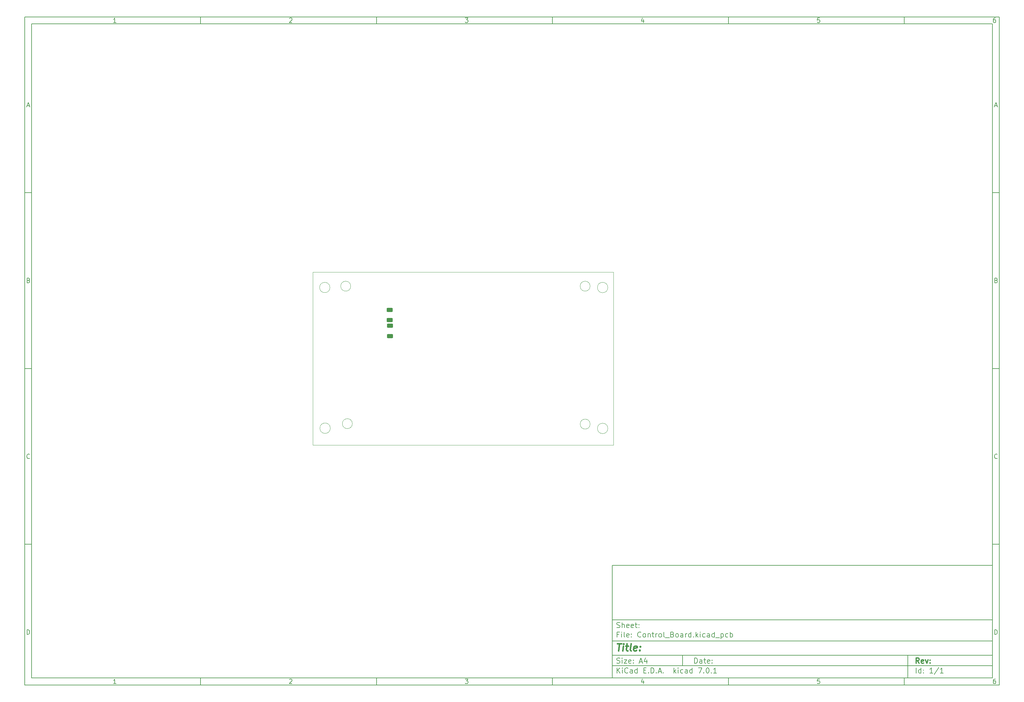
<source format=gbr>
%TF.GenerationSoftware,KiCad,Pcbnew,7.0.1*%
%TF.CreationDate,2023-10-26T15:35:36+00:00*%
%TF.ProjectId,Control_Board,436f6e74-726f-46c5-9f42-6f6172642e6b,rev?*%
%TF.SameCoordinates,Original*%
%TF.FileFunction,Paste,Bot*%
%TF.FilePolarity,Positive*%
%FSLAX45Y45*%
G04 Gerber Fmt 4.5, Leading zero omitted, Abs format (unit mm)*
G04 Created by KiCad (PCBNEW 7.0.1) date 2023-10-26 15:35:36*
%MOMM*%
%LPD*%
G01*
G04 APERTURE LIST*
G04 Aperture macros list*
%AMRoundRect*
0 Rectangle with rounded corners*
0 $1 Rounding radius*
0 $2 $3 $4 $5 $6 $7 $8 $9 X,Y pos of 4 corners*
0 Add a 4 corners polygon primitive as box body*
4,1,4,$2,$3,$4,$5,$6,$7,$8,$9,$2,$3,0*
0 Add four circle primitives for the rounded corners*
1,1,$1+$1,$2,$3*
1,1,$1+$1,$4,$5*
1,1,$1+$1,$6,$7*
1,1,$1+$1,$8,$9*
0 Add four rect primitives between the rounded corners*
20,1,$1+$1,$2,$3,$4,$5,0*
20,1,$1+$1,$4,$5,$6,$7,0*
20,1,$1+$1,$6,$7,$8,$9,0*
20,1,$1+$1,$8,$9,$2,$3,0*%
G04 Aperture macros list end*
%ADD10C,0.100000*%
%ADD11C,0.150000*%
%ADD12C,0.300000*%
%ADD13C,0.400000*%
%ADD14RoundRect,0.250000X0.625000X-0.312500X0.625000X0.312500X-0.625000X0.312500X-0.625000X-0.312500X0*%
%TA.AperFunction,Profile*%
%ADD15C,0.100000*%
%TD*%
G04 APERTURE END LIST*
D10*
D11*
X17700220Y-16600720D02*
X28500220Y-16600720D01*
X28500220Y-19800720D01*
X17700220Y-19800720D01*
X17700220Y-16600720D01*
D10*
D11*
X1000000Y-1000000D02*
X28700220Y-1000000D01*
X28700220Y-20000720D01*
X1000000Y-20000720D01*
X1000000Y-1000000D01*
D10*
D11*
X1200000Y-1200000D02*
X28500220Y-1200000D01*
X28500220Y-19800720D01*
X1200000Y-19800720D01*
X1200000Y-1200000D01*
D10*
D11*
X6000000Y-1200000D02*
X6000000Y-1000000D01*
D10*
D11*
X11000000Y-1200000D02*
X11000000Y-1000000D01*
D10*
D11*
X16000000Y-1200000D02*
X16000000Y-1000000D01*
D10*
D11*
X21000000Y-1200000D02*
X21000000Y-1000000D01*
D10*
D11*
X26000000Y-1200000D02*
X26000000Y-1000000D01*
D10*
D11*
X3599048Y-1160140D02*
X3524762Y-1160140D01*
X3561905Y-1160140D02*
X3561905Y-1030140D01*
X3561905Y-1030140D02*
X3549524Y-1048712D01*
X3549524Y-1048712D02*
X3537143Y-1061093D01*
X3537143Y-1061093D02*
X3524762Y-1067283D01*
D10*
D11*
X8524762Y-1042521D02*
X8530952Y-1036331D01*
X8530952Y-1036331D02*
X8543333Y-1030140D01*
X8543333Y-1030140D02*
X8574286Y-1030140D01*
X8574286Y-1030140D02*
X8586667Y-1036331D01*
X8586667Y-1036331D02*
X8592857Y-1042521D01*
X8592857Y-1042521D02*
X8599048Y-1054902D01*
X8599048Y-1054902D02*
X8599048Y-1067283D01*
X8599048Y-1067283D02*
X8592857Y-1085855D01*
X8592857Y-1085855D02*
X8518571Y-1160140D01*
X8518571Y-1160140D02*
X8599048Y-1160140D01*
D10*
D11*
X13518571Y-1030140D02*
X13599048Y-1030140D01*
X13599048Y-1030140D02*
X13555714Y-1079664D01*
X13555714Y-1079664D02*
X13574286Y-1079664D01*
X13574286Y-1079664D02*
X13586667Y-1085855D01*
X13586667Y-1085855D02*
X13592857Y-1092045D01*
X13592857Y-1092045D02*
X13599048Y-1104426D01*
X13599048Y-1104426D02*
X13599048Y-1135379D01*
X13599048Y-1135379D02*
X13592857Y-1147760D01*
X13592857Y-1147760D02*
X13586667Y-1153950D01*
X13586667Y-1153950D02*
X13574286Y-1160140D01*
X13574286Y-1160140D02*
X13537143Y-1160140D01*
X13537143Y-1160140D02*
X13524762Y-1153950D01*
X13524762Y-1153950D02*
X13518571Y-1147760D01*
D10*
D11*
X18586667Y-1073474D02*
X18586667Y-1160140D01*
X18555714Y-1023950D02*
X18524762Y-1116807D01*
X18524762Y-1116807D02*
X18605238Y-1116807D01*
D10*
D11*
X23592857Y-1030140D02*
X23530952Y-1030140D01*
X23530952Y-1030140D02*
X23524762Y-1092045D01*
X23524762Y-1092045D02*
X23530952Y-1085855D01*
X23530952Y-1085855D02*
X23543333Y-1079664D01*
X23543333Y-1079664D02*
X23574286Y-1079664D01*
X23574286Y-1079664D02*
X23586667Y-1085855D01*
X23586667Y-1085855D02*
X23592857Y-1092045D01*
X23592857Y-1092045D02*
X23599048Y-1104426D01*
X23599048Y-1104426D02*
X23599048Y-1135379D01*
X23599048Y-1135379D02*
X23592857Y-1147760D01*
X23592857Y-1147760D02*
X23586667Y-1153950D01*
X23586667Y-1153950D02*
X23574286Y-1160140D01*
X23574286Y-1160140D02*
X23543333Y-1160140D01*
X23543333Y-1160140D02*
X23530952Y-1153950D01*
X23530952Y-1153950D02*
X23524762Y-1147760D01*
D10*
D11*
X28586667Y-1030140D02*
X28561905Y-1030140D01*
X28561905Y-1030140D02*
X28549524Y-1036331D01*
X28549524Y-1036331D02*
X28543333Y-1042521D01*
X28543333Y-1042521D02*
X28530952Y-1061093D01*
X28530952Y-1061093D02*
X28524762Y-1085855D01*
X28524762Y-1085855D02*
X28524762Y-1135379D01*
X28524762Y-1135379D02*
X28530952Y-1147760D01*
X28530952Y-1147760D02*
X28537143Y-1153950D01*
X28537143Y-1153950D02*
X28549524Y-1160140D01*
X28549524Y-1160140D02*
X28574286Y-1160140D01*
X28574286Y-1160140D02*
X28586667Y-1153950D01*
X28586667Y-1153950D02*
X28592857Y-1147760D01*
X28592857Y-1147760D02*
X28599048Y-1135379D01*
X28599048Y-1135379D02*
X28599048Y-1104426D01*
X28599048Y-1104426D02*
X28592857Y-1092045D01*
X28592857Y-1092045D02*
X28586667Y-1085855D01*
X28586667Y-1085855D02*
X28574286Y-1079664D01*
X28574286Y-1079664D02*
X28549524Y-1079664D01*
X28549524Y-1079664D02*
X28537143Y-1085855D01*
X28537143Y-1085855D02*
X28530952Y-1092045D01*
X28530952Y-1092045D02*
X28524762Y-1104426D01*
D10*
D11*
X6000000Y-19800720D02*
X6000000Y-20000720D01*
D10*
D11*
X11000000Y-19800720D02*
X11000000Y-20000720D01*
D10*
D11*
X16000000Y-19800720D02*
X16000000Y-20000720D01*
D10*
D11*
X21000000Y-19800720D02*
X21000000Y-20000720D01*
D10*
D11*
X26000000Y-19800720D02*
X26000000Y-20000720D01*
D10*
D11*
X3599048Y-19960860D02*
X3524762Y-19960860D01*
X3561905Y-19960860D02*
X3561905Y-19830860D01*
X3561905Y-19830860D02*
X3549524Y-19849432D01*
X3549524Y-19849432D02*
X3537143Y-19861813D01*
X3537143Y-19861813D02*
X3524762Y-19868003D01*
D10*
D11*
X8524762Y-19843241D02*
X8530952Y-19837051D01*
X8530952Y-19837051D02*
X8543333Y-19830860D01*
X8543333Y-19830860D02*
X8574286Y-19830860D01*
X8574286Y-19830860D02*
X8586667Y-19837051D01*
X8586667Y-19837051D02*
X8592857Y-19843241D01*
X8592857Y-19843241D02*
X8599048Y-19855622D01*
X8599048Y-19855622D02*
X8599048Y-19868003D01*
X8599048Y-19868003D02*
X8592857Y-19886575D01*
X8592857Y-19886575D02*
X8518571Y-19960860D01*
X8518571Y-19960860D02*
X8599048Y-19960860D01*
D10*
D11*
X13518571Y-19830860D02*
X13599048Y-19830860D01*
X13599048Y-19830860D02*
X13555714Y-19880384D01*
X13555714Y-19880384D02*
X13574286Y-19880384D01*
X13574286Y-19880384D02*
X13586667Y-19886575D01*
X13586667Y-19886575D02*
X13592857Y-19892765D01*
X13592857Y-19892765D02*
X13599048Y-19905146D01*
X13599048Y-19905146D02*
X13599048Y-19936099D01*
X13599048Y-19936099D02*
X13592857Y-19948480D01*
X13592857Y-19948480D02*
X13586667Y-19954670D01*
X13586667Y-19954670D02*
X13574286Y-19960860D01*
X13574286Y-19960860D02*
X13537143Y-19960860D01*
X13537143Y-19960860D02*
X13524762Y-19954670D01*
X13524762Y-19954670D02*
X13518571Y-19948480D01*
D10*
D11*
X18586667Y-19874194D02*
X18586667Y-19960860D01*
X18555714Y-19824670D02*
X18524762Y-19917527D01*
X18524762Y-19917527D02*
X18605238Y-19917527D01*
D10*
D11*
X23592857Y-19830860D02*
X23530952Y-19830860D01*
X23530952Y-19830860D02*
X23524762Y-19892765D01*
X23524762Y-19892765D02*
X23530952Y-19886575D01*
X23530952Y-19886575D02*
X23543333Y-19880384D01*
X23543333Y-19880384D02*
X23574286Y-19880384D01*
X23574286Y-19880384D02*
X23586667Y-19886575D01*
X23586667Y-19886575D02*
X23592857Y-19892765D01*
X23592857Y-19892765D02*
X23599048Y-19905146D01*
X23599048Y-19905146D02*
X23599048Y-19936099D01*
X23599048Y-19936099D02*
X23592857Y-19948480D01*
X23592857Y-19948480D02*
X23586667Y-19954670D01*
X23586667Y-19954670D02*
X23574286Y-19960860D01*
X23574286Y-19960860D02*
X23543333Y-19960860D01*
X23543333Y-19960860D02*
X23530952Y-19954670D01*
X23530952Y-19954670D02*
X23524762Y-19948480D01*
D10*
D11*
X28586667Y-19830860D02*
X28561905Y-19830860D01*
X28561905Y-19830860D02*
X28549524Y-19837051D01*
X28549524Y-19837051D02*
X28543333Y-19843241D01*
X28543333Y-19843241D02*
X28530952Y-19861813D01*
X28530952Y-19861813D02*
X28524762Y-19886575D01*
X28524762Y-19886575D02*
X28524762Y-19936099D01*
X28524762Y-19936099D02*
X28530952Y-19948480D01*
X28530952Y-19948480D02*
X28537143Y-19954670D01*
X28537143Y-19954670D02*
X28549524Y-19960860D01*
X28549524Y-19960860D02*
X28574286Y-19960860D01*
X28574286Y-19960860D02*
X28586667Y-19954670D01*
X28586667Y-19954670D02*
X28592857Y-19948480D01*
X28592857Y-19948480D02*
X28599048Y-19936099D01*
X28599048Y-19936099D02*
X28599048Y-19905146D01*
X28599048Y-19905146D02*
X28592857Y-19892765D01*
X28592857Y-19892765D02*
X28586667Y-19886575D01*
X28586667Y-19886575D02*
X28574286Y-19880384D01*
X28574286Y-19880384D02*
X28549524Y-19880384D01*
X28549524Y-19880384D02*
X28537143Y-19886575D01*
X28537143Y-19886575D02*
X28530952Y-19892765D01*
X28530952Y-19892765D02*
X28524762Y-19905146D01*
D10*
D11*
X1000000Y-6000000D02*
X1200000Y-6000000D01*
D10*
D11*
X1000000Y-11000000D02*
X1200000Y-11000000D01*
D10*
D11*
X1000000Y-16000000D02*
X1200000Y-16000000D01*
D10*
D11*
X1069048Y-3522998D02*
X1130952Y-3522998D01*
X1056667Y-3560140D02*
X1100000Y-3430140D01*
X1100000Y-3430140D02*
X1143333Y-3560140D01*
D10*
D11*
X1109286Y-8492045D02*
X1127857Y-8498236D01*
X1127857Y-8498236D02*
X1134048Y-8504426D01*
X1134048Y-8504426D02*
X1140238Y-8516807D01*
X1140238Y-8516807D02*
X1140238Y-8535379D01*
X1140238Y-8535379D02*
X1134048Y-8547760D01*
X1134048Y-8547760D02*
X1127857Y-8553950D01*
X1127857Y-8553950D02*
X1115476Y-8560140D01*
X1115476Y-8560140D02*
X1065952Y-8560140D01*
X1065952Y-8560140D02*
X1065952Y-8430140D01*
X1065952Y-8430140D02*
X1109286Y-8430140D01*
X1109286Y-8430140D02*
X1121667Y-8436331D01*
X1121667Y-8436331D02*
X1127857Y-8442521D01*
X1127857Y-8442521D02*
X1134048Y-8454902D01*
X1134048Y-8454902D02*
X1134048Y-8467283D01*
X1134048Y-8467283D02*
X1127857Y-8479664D01*
X1127857Y-8479664D02*
X1121667Y-8485855D01*
X1121667Y-8485855D02*
X1109286Y-8492045D01*
X1109286Y-8492045D02*
X1065952Y-8492045D01*
D10*
D11*
X1140238Y-13547759D02*
X1134048Y-13553950D01*
X1134048Y-13553950D02*
X1115476Y-13560140D01*
X1115476Y-13560140D02*
X1103095Y-13560140D01*
X1103095Y-13560140D02*
X1084524Y-13553950D01*
X1084524Y-13553950D02*
X1072143Y-13541569D01*
X1072143Y-13541569D02*
X1065952Y-13529188D01*
X1065952Y-13529188D02*
X1059762Y-13504426D01*
X1059762Y-13504426D02*
X1059762Y-13485855D01*
X1059762Y-13485855D02*
X1065952Y-13461093D01*
X1065952Y-13461093D02*
X1072143Y-13448712D01*
X1072143Y-13448712D02*
X1084524Y-13436331D01*
X1084524Y-13436331D02*
X1103095Y-13430140D01*
X1103095Y-13430140D02*
X1115476Y-13430140D01*
X1115476Y-13430140D02*
X1134048Y-13436331D01*
X1134048Y-13436331D02*
X1140238Y-13442521D01*
D10*
D11*
X1065952Y-18560140D02*
X1065952Y-18430140D01*
X1065952Y-18430140D02*
X1096905Y-18430140D01*
X1096905Y-18430140D02*
X1115476Y-18436331D01*
X1115476Y-18436331D02*
X1127857Y-18448712D01*
X1127857Y-18448712D02*
X1134048Y-18461093D01*
X1134048Y-18461093D02*
X1140238Y-18485855D01*
X1140238Y-18485855D02*
X1140238Y-18504426D01*
X1140238Y-18504426D02*
X1134048Y-18529188D01*
X1134048Y-18529188D02*
X1127857Y-18541569D01*
X1127857Y-18541569D02*
X1115476Y-18553950D01*
X1115476Y-18553950D02*
X1096905Y-18560140D01*
X1096905Y-18560140D02*
X1065952Y-18560140D01*
D10*
D11*
X28700220Y-6000000D02*
X28500220Y-6000000D01*
D10*
D11*
X28700220Y-11000000D02*
X28500220Y-11000000D01*
D10*
D11*
X28700220Y-16000000D02*
X28500220Y-16000000D01*
D10*
D11*
X28569268Y-3522998D02*
X28631172Y-3522998D01*
X28556887Y-3560140D02*
X28600220Y-3430140D01*
X28600220Y-3430140D02*
X28643553Y-3560140D01*
D10*
D11*
X28609506Y-8492045D02*
X28628077Y-8498236D01*
X28628077Y-8498236D02*
X28634268Y-8504426D01*
X28634268Y-8504426D02*
X28640458Y-8516807D01*
X28640458Y-8516807D02*
X28640458Y-8535379D01*
X28640458Y-8535379D02*
X28634268Y-8547760D01*
X28634268Y-8547760D02*
X28628077Y-8553950D01*
X28628077Y-8553950D02*
X28615696Y-8560140D01*
X28615696Y-8560140D02*
X28566172Y-8560140D01*
X28566172Y-8560140D02*
X28566172Y-8430140D01*
X28566172Y-8430140D02*
X28609506Y-8430140D01*
X28609506Y-8430140D02*
X28621887Y-8436331D01*
X28621887Y-8436331D02*
X28628077Y-8442521D01*
X28628077Y-8442521D02*
X28634268Y-8454902D01*
X28634268Y-8454902D02*
X28634268Y-8467283D01*
X28634268Y-8467283D02*
X28628077Y-8479664D01*
X28628077Y-8479664D02*
X28621887Y-8485855D01*
X28621887Y-8485855D02*
X28609506Y-8492045D01*
X28609506Y-8492045D02*
X28566172Y-8492045D01*
D10*
D11*
X28640458Y-13547759D02*
X28634268Y-13553950D01*
X28634268Y-13553950D02*
X28615696Y-13560140D01*
X28615696Y-13560140D02*
X28603315Y-13560140D01*
X28603315Y-13560140D02*
X28584744Y-13553950D01*
X28584744Y-13553950D02*
X28572363Y-13541569D01*
X28572363Y-13541569D02*
X28566172Y-13529188D01*
X28566172Y-13529188D02*
X28559982Y-13504426D01*
X28559982Y-13504426D02*
X28559982Y-13485855D01*
X28559982Y-13485855D02*
X28566172Y-13461093D01*
X28566172Y-13461093D02*
X28572363Y-13448712D01*
X28572363Y-13448712D02*
X28584744Y-13436331D01*
X28584744Y-13436331D02*
X28603315Y-13430140D01*
X28603315Y-13430140D02*
X28615696Y-13430140D01*
X28615696Y-13430140D02*
X28634268Y-13436331D01*
X28634268Y-13436331D02*
X28640458Y-13442521D01*
D10*
D11*
X28566172Y-18560140D02*
X28566172Y-18430140D01*
X28566172Y-18430140D02*
X28597125Y-18430140D01*
X28597125Y-18430140D02*
X28615696Y-18436331D01*
X28615696Y-18436331D02*
X28628077Y-18448712D01*
X28628077Y-18448712D02*
X28634268Y-18461093D01*
X28634268Y-18461093D02*
X28640458Y-18485855D01*
X28640458Y-18485855D02*
X28640458Y-18504426D01*
X28640458Y-18504426D02*
X28634268Y-18529188D01*
X28634268Y-18529188D02*
X28628077Y-18541569D01*
X28628077Y-18541569D02*
X28615696Y-18553950D01*
X28615696Y-18553950D02*
X28597125Y-18560140D01*
X28597125Y-18560140D02*
X28566172Y-18560140D01*
D10*
D11*
X20035934Y-19380113D02*
X20035934Y-19230113D01*
X20035934Y-19230113D02*
X20071649Y-19230113D01*
X20071649Y-19230113D02*
X20093077Y-19237256D01*
X20093077Y-19237256D02*
X20107363Y-19251541D01*
X20107363Y-19251541D02*
X20114506Y-19265827D01*
X20114506Y-19265827D02*
X20121649Y-19294399D01*
X20121649Y-19294399D02*
X20121649Y-19315827D01*
X20121649Y-19315827D02*
X20114506Y-19344399D01*
X20114506Y-19344399D02*
X20107363Y-19358684D01*
X20107363Y-19358684D02*
X20093077Y-19372970D01*
X20093077Y-19372970D02*
X20071649Y-19380113D01*
X20071649Y-19380113D02*
X20035934Y-19380113D01*
X20250220Y-19380113D02*
X20250220Y-19301541D01*
X20250220Y-19301541D02*
X20243077Y-19287256D01*
X20243077Y-19287256D02*
X20228791Y-19280113D01*
X20228791Y-19280113D02*
X20200220Y-19280113D01*
X20200220Y-19280113D02*
X20185934Y-19287256D01*
X20250220Y-19372970D02*
X20235934Y-19380113D01*
X20235934Y-19380113D02*
X20200220Y-19380113D01*
X20200220Y-19380113D02*
X20185934Y-19372970D01*
X20185934Y-19372970D02*
X20178791Y-19358684D01*
X20178791Y-19358684D02*
X20178791Y-19344399D01*
X20178791Y-19344399D02*
X20185934Y-19330113D01*
X20185934Y-19330113D02*
X20200220Y-19322970D01*
X20200220Y-19322970D02*
X20235934Y-19322970D01*
X20235934Y-19322970D02*
X20250220Y-19315827D01*
X20300220Y-19280113D02*
X20357363Y-19280113D01*
X20321649Y-19230113D02*
X20321649Y-19358684D01*
X20321649Y-19358684D02*
X20328791Y-19372970D01*
X20328791Y-19372970D02*
X20343077Y-19380113D01*
X20343077Y-19380113D02*
X20357363Y-19380113D01*
X20464506Y-19372970D02*
X20450220Y-19380113D01*
X20450220Y-19380113D02*
X20421649Y-19380113D01*
X20421649Y-19380113D02*
X20407363Y-19372970D01*
X20407363Y-19372970D02*
X20400220Y-19358684D01*
X20400220Y-19358684D02*
X20400220Y-19301541D01*
X20400220Y-19301541D02*
X20407363Y-19287256D01*
X20407363Y-19287256D02*
X20421649Y-19280113D01*
X20421649Y-19280113D02*
X20450220Y-19280113D01*
X20450220Y-19280113D02*
X20464506Y-19287256D01*
X20464506Y-19287256D02*
X20471649Y-19301541D01*
X20471649Y-19301541D02*
X20471649Y-19315827D01*
X20471649Y-19315827D02*
X20400220Y-19330113D01*
X20535934Y-19365827D02*
X20543077Y-19372970D01*
X20543077Y-19372970D02*
X20535934Y-19380113D01*
X20535934Y-19380113D02*
X20528791Y-19372970D01*
X20528791Y-19372970D02*
X20535934Y-19365827D01*
X20535934Y-19365827D02*
X20535934Y-19380113D01*
X20535934Y-19287256D02*
X20543077Y-19294399D01*
X20543077Y-19294399D02*
X20535934Y-19301541D01*
X20535934Y-19301541D02*
X20528791Y-19294399D01*
X20528791Y-19294399D02*
X20535934Y-19287256D01*
X20535934Y-19287256D02*
X20535934Y-19301541D01*
D10*
D11*
X17700220Y-19450720D02*
X28500220Y-19450720D01*
D10*
D11*
X17835934Y-19660113D02*
X17835934Y-19510113D01*
X17921649Y-19660113D02*
X17857363Y-19574399D01*
X17921649Y-19510113D02*
X17835934Y-19595827D01*
X17985934Y-19660113D02*
X17985934Y-19560113D01*
X17985934Y-19510113D02*
X17978791Y-19517256D01*
X17978791Y-19517256D02*
X17985934Y-19524399D01*
X17985934Y-19524399D02*
X17993077Y-19517256D01*
X17993077Y-19517256D02*
X17985934Y-19510113D01*
X17985934Y-19510113D02*
X17985934Y-19524399D01*
X18143077Y-19645827D02*
X18135934Y-19652970D01*
X18135934Y-19652970D02*
X18114506Y-19660113D01*
X18114506Y-19660113D02*
X18100220Y-19660113D01*
X18100220Y-19660113D02*
X18078791Y-19652970D01*
X18078791Y-19652970D02*
X18064506Y-19638684D01*
X18064506Y-19638684D02*
X18057363Y-19624399D01*
X18057363Y-19624399D02*
X18050220Y-19595827D01*
X18050220Y-19595827D02*
X18050220Y-19574399D01*
X18050220Y-19574399D02*
X18057363Y-19545827D01*
X18057363Y-19545827D02*
X18064506Y-19531541D01*
X18064506Y-19531541D02*
X18078791Y-19517256D01*
X18078791Y-19517256D02*
X18100220Y-19510113D01*
X18100220Y-19510113D02*
X18114506Y-19510113D01*
X18114506Y-19510113D02*
X18135934Y-19517256D01*
X18135934Y-19517256D02*
X18143077Y-19524399D01*
X18271649Y-19660113D02*
X18271649Y-19581541D01*
X18271649Y-19581541D02*
X18264506Y-19567256D01*
X18264506Y-19567256D02*
X18250220Y-19560113D01*
X18250220Y-19560113D02*
X18221649Y-19560113D01*
X18221649Y-19560113D02*
X18207363Y-19567256D01*
X18271649Y-19652970D02*
X18257363Y-19660113D01*
X18257363Y-19660113D02*
X18221649Y-19660113D01*
X18221649Y-19660113D02*
X18207363Y-19652970D01*
X18207363Y-19652970D02*
X18200220Y-19638684D01*
X18200220Y-19638684D02*
X18200220Y-19624399D01*
X18200220Y-19624399D02*
X18207363Y-19610113D01*
X18207363Y-19610113D02*
X18221649Y-19602970D01*
X18221649Y-19602970D02*
X18257363Y-19602970D01*
X18257363Y-19602970D02*
X18271649Y-19595827D01*
X18407363Y-19660113D02*
X18407363Y-19510113D01*
X18407363Y-19652970D02*
X18393077Y-19660113D01*
X18393077Y-19660113D02*
X18364506Y-19660113D01*
X18364506Y-19660113D02*
X18350220Y-19652970D01*
X18350220Y-19652970D02*
X18343077Y-19645827D01*
X18343077Y-19645827D02*
X18335934Y-19631541D01*
X18335934Y-19631541D02*
X18335934Y-19588684D01*
X18335934Y-19588684D02*
X18343077Y-19574399D01*
X18343077Y-19574399D02*
X18350220Y-19567256D01*
X18350220Y-19567256D02*
X18364506Y-19560113D01*
X18364506Y-19560113D02*
X18393077Y-19560113D01*
X18393077Y-19560113D02*
X18407363Y-19567256D01*
X18593077Y-19581541D02*
X18643077Y-19581541D01*
X18664506Y-19660113D02*
X18593077Y-19660113D01*
X18593077Y-19660113D02*
X18593077Y-19510113D01*
X18593077Y-19510113D02*
X18664506Y-19510113D01*
X18728791Y-19645827D02*
X18735934Y-19652970D01*
X18735934Y-19652970D02*
X18728791Y-19660113D01*
X18728791Y-19660113D02*
X18721649Y-19652970D01*
X18721649Y-19652970D02*
X18728791Y-19645827D01*
X18728791Y-19645827D02*
X18728791Y-19660113D01*
X18800220Y-19660113D02*
X18800220Y-19510113D01*
X18800220Y-19510113D02*
X18835934Y-19510113D01*
X18835934Y-19510113D02*
X18857363Y-19517256D01*
X18857363Y-19517256D02*
X18871649Y-19531541D01*
X18871649Y-19531541D02*
X18878792Y-19545827D01*
X18878792Y-19545827D02*
X18885934Y-19574399D01*
X18885934Y-19574399D02*
X18885934Y-19595827D01*
X18885934Y-19595827D02*
X18878792Y-19624399D01*
X18878792Y-19624399D02*
X18871649Y-19638684D01*
X18871649Y-19638684D02*
X18857363Y-19652970D01*
X18857363Y-19652970D02*
X18835934Y-19660113D01*
X18835934Y-19660113D02*
X18800220Y-19660113D01*
X18950220Y-19645827D02*
X18957363Y-19652970D01*
X18957363Y-19652970D02*
X18950220Y-19660113D01*
X18950220Y-19660113D02*
X18943077Y-19652970D01*
X18943077Y-19652970D02*
X18950220Y-19645827D01*
X18950220Y-19645827D02*
X18950220Y-19660113D01*
X19014506Y-19617256D02*
X19085934Y-19617256D01*
X19000220Y-19660113D02*
X19050220Y-19510113D01*
X19050220Y-19510113D02*
X19100220Y-19660113D01*
X19150220Y-19645827D02*
X19157363Y-19652970D01*
X19157363Y-19652970D02*
X19150220Y-19660113D01*
X19150220Y-19660113D02*
X19143077Y-19652970D01*
X19143077Y-19652970D02*
X19150220Y-19645827D01*
X19150220Y-19645827D02*
X19150220Y-19660113D01*
X19450220Y-19660113D02*
X19450220Y-19510113D01*
X19464506Y-19602970D02*
X19507363Y-19660113D01*
X19507363Y-19560113D02*
X19450220Y-19617256D01*
X19571649Y-19660113D02*
X19571649Y-19560113D01*
X19571649Y-19510113D02*
X19564506Y-19517256D01*
X19564506Y-19517256D02*
X19571649Y-19524399D01*
X19571649Y-19524399D02*
X19578792Y-19517256D01*
X19578792Y-19517256D02*
X19571649Y-19510113D01*
X19571649Y-19510113D02*
X19571649Y-19524399D01*
X19707363Y-19652970D02*
X19693077Y-19660113D01*
X19693077Y-19660113D02*
X19664506Y-19660113D01*
X19664506Y-19660113D02*
X19650220Y-19652970D01*
X19650220Y-19652970D02*
X19643077Y-19645827D01*
X19643077Y-19645827D02*
X19635934Y-19631541D01*
X19635934Y-19631541D02*
X19635934Y-19588684D01*
X19635934Y-19588684D02*
X19643077Y-19574399D01*
X19643077Y-19574399D02*
X19650220Y-19567256D01*
X19650220Y-19567256D02*
X19664506Y-19560113D01*
X19664506Y-19560113D02*
X19693077Y-19560113D01*
X19693077Y-19560113D02*
X19707363Y-19567256D01*
X19835934Y-19660113D02*
X19835934Y-19581541D01*
X19835934Y-19581541D02*
X19828792Y-19567256D01*
X19828792Y-19567256D02*
X19814506Y-19560113D01*
X19814506Y-19560113D02*
X19785934Y-19560113D01*
X19785934Y-19560113D02*
X19771649Y-19567256D01*
X19835934Y-19652970D02*
X19821649Y-19660113D01*
X19821649Y-19660113D02*
X19785934Y-19660113D01*
X19785934Y-19660113D02*
X19771649Y-19652970D01*
X19771649Y-19652970D02*
X19764506Y-19638684D01*
X19764506Y-19638684D02*
X19764506Y-19624399D01*
X19764506Y-19624399D02*
X19771649Y-19610113D01*
X19771649Y-19610113D02*
X19785934Y-19602970D01*
X19785934Y-19602970D02*
X19821649Y-19602970D01*
X19821649Y-19602970D02*
X19835934Y-19595827D01*
X19971649Y-19660113D02*
X19971649Y-19510113D01*
X19971649Y-19652970D02*
X19957363Y-19660113D01*
X19957363Y-19660113D02*
X19928792Y-19660113D01*
X19928792Y-19660113D02*
X19914506Y-19652970D01*
X19914506Y-19652970D02*
X19907363Y-19645827D01*
X19907363Y-19645827D02*
X19900220Y-19631541D01*
X19900220Y-19631541D02*
X19900220Y-19588684D01*
X19900220Y-19588684D02*
X19907363Y-19574399D01*
X19907363Y-19574399D02*
X19914506Y-19567256D01*
X19914506Y-19567256D02*
X19928792Y-19560113D01*
X19928792Y-19560113D02*
X19957363Y-19560113D01*
X19957363Y-19560113D02*
X19971649Y-19567256D01*
X20143077Y-19510113D02*
X20243077Y-19510113D01*
X20243077Y-19510113D02*
X20178792Y-19660113D01*
X20300220Y-19645827D02*
X20307363Y-19652970D01*
X20307363Y-19652970D02*
X20300220Y-19660113D01*
X20300220Y-19660113D02*
X20293077Y-19652970D01*
X20293077Y-19652970D02*
X20300220Y-19645827D01*
X20300220Y-19645827D02*
X20300220Y-19660113D01*
X20400220Y-19510113D02*
X20414506Y-19510113D01*
X20414506Y-19510113D02*
X20428792Y-19517256D01*
X20428792Y-19517256D02*
X20435934Y-19524399D01*
X20435934Y-19524399D02*
X20443077Y-19538684D01*
X20443077Y-19538684D02*
X20450220Y-19567256D01*
X20450220Y-19567256D02*
X20450220Y-19602970D01*
X20450220Y-19602970D02*
X20443077Y-19631541D01*
X20443077Y-19631541D02*
X20435934Y-19645827D01*
X20435934Y-19645827D02*
X20428792Y-19652970D01*
X20428792Y-19652970D02*
X20414506Y-19660113D01*
X20414506Y-19660113D02*
X20400220Y-19660113D01*
X20400220Y-19660113D02*
X20385934Y-19652970D01*
X20385934Y-19652970D02*
X20378792Y-19645827D01*
X20378792Y-19645827D02*
X20371649Y-19631541D01*
X20371649Y-19631541D02*
X20364506Y-19602970D01*
X20364506Y-19602970D02*
X20364506Y-19567256D01*
X20364506Y-19567256D02*
X20371649Y-19538684D01*
X20371649Y-19538684D02*
X20378792Y-19524399D01*
X20378792Y-19524399D02*
X20385934Y-19517256D01*
X20385934Y-19517256D02*
X20400220Y-19510113D01*
X20514506Y-19645827D02*
X20521649Y-19652970D01*
X20521649Y-19652970D02*
X20514506Y-19660113D01*
X20514506Y-19660113D02*
X20507363Y-19652970D01*
X20507363Y-19652970D02*
X20514506Y-19645827D01*
X20514506Y-19645827D02*
X20514506Y-19660113D01*
X20664506Y-19660113D02*
X20578792Y-19660113D01*
X20621649Y-19660113D02*
X20621649Y-19510113D01*
X20621649Y-19510113D02*
X20607363Y-19531541D01*
X20607363Y-19531541D02*
X20593077Y-19545827D01*
X20593077Y-19545827D02*
X20578792Y-19552970D01*
D10*
D11*
X17700220Y-19150720D02*
X28500220Y-19150720D01*
D10*
D12*
X26421648Y-19380113D02*
X26371648Y-19308684D01*
X26335934Y-19380113D02*
X26335934Y-19230113D01*
X26335934Y-19230113D02*
X26393077Y-19230113D01*
X26393077Y-19230113D02*
X26407363Y-19237256D01*
X26407363Y-19237256D02*
X26414506Y-19244399D01*
X26414506Y-19244399D02*
X26421648Y-19258684D01*
X26421648Y-19258684D02*
X26421648Y-19280113D01*
X26421648Y-19280113D02*
X26414506Y-19294399D01*
X26414506Y-19294399D02*
X26407363Y-19301541D01*
X26407363Y-19301541D02*
X26393077Y-19308684D01*
X26393077Y-19308684D02*
X26335934Y-19308684D01*
X26543077Y-19372970D02*
X26528791Y-19380113D01*
X26528791Y-19380113D02*
X26500220Y-19380113D01*
X26500220Y-19380113D02*
X26485934Y-19372970D01*
X26485934Y-19372970D02*
X26478791Y-19358684D01*
X26478791Y-19358684D02*
X26478791Y-19301541D01*
X26478791Y-19301541D02*
X26485934Y-19287256D01*
X26485934Y-19287256D02*
X26500220Y-19280113D01*
X26500220Y-19280113D02*
X26528791Y-19280113D01*
X26528791Y-19280113D02*
X26543077Y-19287256D01*
X26543077Y-19287256D02*
X26550220Y-19301541D01*
X26550220Y-19301541D02*
X26550220Y-19315827D01*
X26550220Y-19315827D02*
X26478791Y-19330113D01*
X26600220Y-19280113D02*
X26635934Y-19380113D01*
X26635934Y-19380113D02*
X26671648Y-19280113D01*
X26728791Y-19365827D02*
X26735934Y-19372970D01*
X26735934Y-19372970D02*
X26728791Y-19380113D01*
X26728791Y-19380113D02*
X26721648Y-19372970D01*
X26721648Y-19372970D02*
X26728791Y-19365827D01*
X26728791Y-19365827D02*
X26728791Y-19380113D01*
X26728791Y-19287256D02*
X26735934Y-19294399D01*
X26735934Y-19294399D02*
X26728791Y-19301541D01*
X26728791Y-19301541D02*
X26721648Y-19294399D01*
X26721648Y-19294399D02*
X26728791Y-19287256D01*
X26728791Y-19287256D02*
X26728791Y-19301541D01*
D10*
D11*
X17828791Y-19372970D02*
X17850220Y-19380113D01*
X17850220Y-19380113D02*
X17885934Y-19380113D01*
X17885934Y-19380113D02*
X17900220Y-19372970D01*
X17900220Y-19372970D02*
X17907363Y-19365827D01*
X17907363Y-19365827D02*
X17914506Y-19351541D01*
X17914506Y-19351541D02*
X17914506Y-19337256D01*
X17914506Y-19337256D02*
X17907363Y-19322970D01*
X17907363Y-19322970D02*
X17900220Y-19315827D01*
X17900220Y-19315827D02*
X17885934Y-19308684D01*
X17885934Y-19308684D02*
X17857363Y-19301541D01*
X17857363Y-19301541D02*
X17843077Y-19294399D01*
X17843077Y-19294399D02*
X17835934Y-19287256D01*
X17835934Y-19287256D02*
X17828791Y-19272970D01*
X17828791Y-19272970D02*
X17828791Y-19258684D01*
X17828791Y-19258684D02*
X17835934Y-19244399D01*
X17835934Y-19244399D02*
X17843077Y-19237256D01*
X17843077Y-19237256D02*
X17857363Y-19230113D01*
X17857363Y-19230113D02*
X17893077Y-19230113D01*
X17893077Y-19230113D02*
X17914506Y-19237256D01*
X17978791Y-19380113D02*
X17978791Y-19280113D01*
X17978791Y-19230113D02*
X17971649Y-19237256D01*
X17971649Y-19237256D02*
X17978791Y-19244399D01*
X17978791Y-19244399D02*
X17985934Y-19237256D01*
X17985934Y-19237256D02*
X17978791Y-19230113D01*
X17978791Y-19230113D02*
X17978791Y-19244399D01*
X18035934Y-19280113D02*
X18114506Y-19280113D01*
X18114506Y-19280113D02*
X18035934Y-19380113D01*
X18035934Y-19380113D02*
X18114506Y-19380113D01*
X18228791Y-19372970D02*
X18214506Y-19380113D01*
X18214506Y-19380113D02*
X18185934Y-19380113D01*
X18185934Y-19380113D02*
X18171649Y-19372970D01*
X18171649Y-19372970D02*
X18164506Y-19358684D01*
X18164506Y-19358684D02*
X18164506Y-19301541D01*
X18164506Y-19301541D02*
X18171649Y-19287256D01*
X18171649Y-19287256D02*
X18185934Y-19280113D01*
X18185934Y-19280113D02*
X18214506Y-19280113D01*
X18214506Y-19280113D02*
X18228791Y-19287256D01*
X18228791Y-19287256D02*
X18235934Y-19301541D01*
X18235934Y-19301541D02*
X18235934Y-19315827D01*
X18235934Y-19315827D02*
X18164506Y-19330113D01*
X18300220Y-19365827D02*
X18307363Y-19372970D01*
X18307363Y-19372970D02*
X18300220Y-19380113D01*
X18300220Y-19380113D02*
X18293077Y-19372970D01*
X18293077Y-19372970D02*
X18300220Y-19365827D01*
X18300220Y-19365827D02*
X18300220Y-19380113D01*
X18300220Y-19287256D02*
X18307363Y-19294399D01*
X18307363Y-19294399D02*
X18300220Y-19301541D01*
X18300220Y-19301541D02*
X18293077Y-19294399D01*
X18293077Y-19294399D02*
X18300220Y-19287256D01*
X18300220Y-19287256D02*
X18300220Y-19301541D01*
X18478791Y-19337256D02*
X18550220Y-19337256D01*
X18464506Y-19380113D02*
X18514506Y-19230113D01*
X18514506Y-19230113D02*
X18564506Y-19380113D01*
X18678791Y-19280113D02*
X18678791Y-19380113D01*
X18643077Y-19222970D02*
X18607363Y-19330113D01*
X18607363Y-19330113D02*
X18700220Y-19330113D01*
D10*
D11*
X26335934Y-19660113D02*
X26335934Y-19510113D01*
X26471649Y-19660113D02*
X26471649Y-19510113D01*
X26471649Y-19652970D02*
X26457363Y-19660113D01*
X26457363Y-19660113D02*
X26428791Y-19660113D01*
X26428791Y-19660113D02*
X26414506Y-19652970D01*
X26414506Y-19652970D02*
X26407363Y-19645827D01*
X26407363Y-19645827D02*
X26400220Y-19631541D01*
X26400220Y-19631541D02*
X26400220Y-19588684D01*
X26400220Y-19588684D02*
X26407363Y-19574399D01*
X26407363Y-19574399D02*
X26414506Y-19567256D01*
X26414506Y-19567256D02*
X26428791Y-19560113D01*
X26428791Y-19560113D02*
X26457363Y-19560113D01*
X26457363Y-19560113D02*
X26471649Y-19567256D01*
X26543077Y-19645827D02*
X26550220Y-19652970D01*
X26550220Y-19652970D02*
X26543077Y-19660113D01*
X26543077Y-19660113D02*
X26535934Y-19652970D01*
X26535934Y-19652970D02*
X26543077Y-19645827D01*
X26543077Y-19645827D02*
X26543077Y-19660113D01*
X26543077Y-19567256D02*
X26550220Y-19574399D01*
X26550220Y-19574399D02*
X26543077Y-19581541D01*
X26543077Y-19581541D02*
X26535934Y-19574399D01*
X26535934Y-19574399D02*
X26543077Y-19567256D01*
X26543077Y-19567256D02*
X26543077Y-19581541D01*
X26807363Y-19660113D02*
X26721649Y-19660113D01*
X26764506Y-19660113D02*
X26764506Y-19510113D01*
X26764506Y-19510113D02*
X26750220Y-19531541D01*
X26750220Y-19531541D02*
X26735934Y-19545827D01*
X26735934Y-19545827D02*
X26721649Y-19552970D01*
X26978791Y-19502970D02*
X26850220Y-19695827D01*
X27107363Y-19660113D02*
X27021649Y-19660113D01*
X27064506Y-19660113D02*
X27064506Y-19510113D01*
X27064506Y-19510113D02*
X27050220Y-19531541D01*
X27050220Y-19531541D02*
X27035934Y-19545827D01*
X27035934Y-19545827D02*
X27021649Y-19552970D01*
D10*
D11*
X17700220Y-18750720D02*
X28500220Y-18750720D01*
D10*
D13*
X17843077Y-18823244D02*
X17957363Y-18823244D01*
X17875220Y-19023244D02*
X17900220Y-18823244D01*
X17997839Y-19023244D02*
X18014506Y-18889910D01*
X18022839Y-18823244D02*
X18012125Y-18832768D01*
X18012125Y-18832768D02*
X18020458Y-18842291D01*
X18020458Y-18842291D02*
X18031172Y-18832768D01*
X18031172Y-18832768D02*
X18022839Y-18823244D01*
X18022839Y-18823244D02*
X18020458Y-18842291D01*
X18079982Y-18889910D02*
X18156172Y-18889910D01*
X18116887Y-18823244D02*
X18095458Y-18994672D01*
X18095458Y-18994672D02*
X18102601Y-19013720D01*
X18102601Y-19013720D02*
X18120458Y-19023244D01*
X18120458Y-19023244D02*
X18139506Y-19023244D01*
X18233553Y-19023244D02*
X18215696Y-19013720D01*
X18215696Y-19013720D02*
X18208553Y-18994672D01*
X18208553Y-18994672D02*
X18229982Y-18823244D01*
X18385934Y-19013720D02*
X18365696Y-19023244D01*
X18365696Y-19023244D02*
X18327601Y-19023244D01*
X18327601Y-19023244D02*
X18309744Y-19013720D01*
X18309744Y-19013720D02*
X18302601Y-18994672D01*
X18302601Y-18994672D02*
X18312125Y-18918482D01*
X18312125Y-18918482D02*
X18324029Y-18899434D01*
X18324029Y-18899434D02*
X18344268Y-18889910D01*
X18344268Y-18889910D02*
X18382363Y-18889910D01*
X18382363Y-18889910D02*
X18400220Y-18899434D01*
X18400220Y-18899434D02*
X18407363Y-18918482D01*
X18407363Y-18918482D02*
X18404982Y-18937530D01*
X18404982Y-18937530D02*
X18307363Y-18956577D01*
X18481172Y-19004196D02*
X18489506Y-19013720D01*
X18489506Y-19013720D02*
X18478791Y-19023244D01*
X18478791Y-19023244D02*
X18470458Y-19013720D01*
X18470458Y-19013720D02*
X18481172Y-19004196D01*
X18481172Y-19004196D02*
X18478791Y-19023244D01*
X18494268Y-18899434D02*
X18502601Y-18908958D01*
X18502601Y-18908958D02*
X18491887Y-18918482D01*
X18491887Y-18918482D02*
X18483553Y-18908958D01*
X18483553Y-18908958D02*
X18494268Y-18899434D01*
X18494268Y-18899434D02*
X18491887Y-18918482D01*
D10*
D11*
X17885934Y-18561541D02*
X17835934Y-18561541D01*
X17835934Y-18640113D02*
X17835934Y-18490113D01*
X17835934Y-18490113D02*
X17907363Y-18490113D01*
X17964506Y-18640113D02*
X17964506Y-18540113D01*
X17964506Y-18490113D02*
X17957363Y-18497256D01*
X17957363Y-18497256D02*
X17964506Y-18504399D01*
X17964506Y-18504399D02*
X17971649Y-18497256D01*
X17971649Y-18497256D02*
X17964506Y-18490113D01*
X17964506Y-18490113D02*
X17964506Y-18504399D01*
X18057363Y-18640113D02*
X18043077Y-18632970D01*
X18043077Y-18632970D02*
X18035934Y-18618684D01*
X18035934Y-18618684D02*
X18035934Y-18490113D01*
X18171649Y-18632970D02*
X18157363Y-18640113D01*
X18157363Y-18640113D02*
X18128791Y-18640113D01*
X18128791Y-18640113D02*
X18114506Y-18632970D01*
X18114506Y-18632970D02*
X18107363Y-18618684D01*
X18107363Y-18618684D02*
X18107363Y-18561541D01*
X18107363Y-18561541D02*
X18114506Y-18547256D01*
X18114506Y-18547256D02*
X18128791Y-18540113D01*
X18128791Y-18540113D02*
X18157363Y-18540113D01*
X18157363Y-18540113D02*
X18171649Y-18547256D01*
X18171649Y-18547256D02*
X18178791Y-18561541D01*
X18178791Y-18561541D02*
X18178791Y-18575827D01*
X18178791Y-18575827D02*
X18107363Y-18590113D01*
X18243077Y-18625827D02*
X18250220Y-18632970D01*
X18250220Y-18632970D02*
X18243077Y-18640113D01*
X18243077Y-18640113D02*
X18235934Y-18632970D01*
X18235934Y-18632970D02*
X18243077Y-18625827D01*
X18243077Y-18625827D02*
X18243077Y-18640113D01*
X18243077Y-18547256D02*
X18250220Y-18554399D01*
X18250220Y-18554399D02*
X18243077Y-18561541D01*
X18243077Y-18561541D02*
X18235934Y-18554399D01*
X18235934Y-18554399D02*
X18243077Y-18547256D01*
X18243077Y-18547256D02*
X18243077Y-18561541D01*
X18514506Y-18625827D02*
X18507363Y-18632970D01*
X18507363Y-18632970D02*
X18485934Y-18640113D01*
X18485934Y-18640113D02*
X18471649Y-18640113D01*
X18471649Y-18640113D02*
X18450220Y-18632970D01*
X18450220Y-18632970D02*
X18435934Y-18618684D01*
X18435934Y-18618684D02*
X18428791Y-18604399D01*
X18428791Y-18604399D02*
X18421649Y-18575827D01*
X18421649Y-18575827D02*
X18421649Y-18554399D01*
X18421649Y-18554399D02*
X18428791Y-18525827D01*
X18428791Y-18525827D02*
X18435934Y-18511541D01*
X18435934Y-18511541D02*
X18450220Y-18497256D01*
X18450220Y-18497256D02*
X18471649Y-18490113D01*
X18471649Y-18490113D02*
X18485934Y-18490113D01*
X18485934Y-18490113D02*
X18507363Y-18497256D01*
X18507363Y-18497256D02*
X18514506Y-18504399D01*
X18600220Y-18640113D02*
X18585934Y-18632970D01*
X18585934Y-18632970D02*
X18578791Y-18625827D01*
X18578791Y-18625827D02*
X18571649Y-18611541D01*
X18571649Y-18611541D02*
X18571649Y-18568684D01*
X18571649Y-18568684D02*
X18578791Y-18554399D01*
X18578791Y-18554399D02*
X18585934Y-18547256D01*
X18585934Y-18547256D02*
X18600220Y-18540113D01*
X18600220Y-18540113D02*
X18621649Y-18540113D01*
X18621649Y-18540113D02*
X18635934Y-18547256D01*
X18635934Y-18547256D02*
X18643077Y-18554399D01*
X18643077Y-18554399D02*
X18650220Y-18568684D01*
X18650220Y-18568684D02*
X18650220Y-18611541D01*
X18650220Y-18611541D02*
X18643077Y-18625827D01*
X18643077Y-18625827D02*
X18635934Y-18632970D01*
X18635934Y-18632970D02*
X18621649Y-18640113D01*
X18621649Y-18640113D02*
X18600220Y-18640113D01*
X18714506Y-18540113D02*
X18714506Y-18640113D01*
X18714506Y-18554399D02*
X18721649Y-18547256D01*
X18721649Y-18547256D02*
X18735934Y-18540113D01*
X18735934Y-18540113D02*
X18757363Y-18540113D01*
X18757363Y-18540113D02*
X18771649Y-18547256D01*
X18771649Y-18547256D02*
X18778791Y-18561541D01*
X18778791Y-18561541D02*
X18778791Y-18640113D01*
X18828791Y-18540113D02*
X18885934Y-18540113D01*
X18850220Y-18490113D02*
X18850220Y-18618684D01*
X18850220Y-18618684D02*
X18857363Y-18632970D01*
X18857363Y-18632970D02*
X18871649Y-18640113D01*
X18871649Y-18640113D02*
X18885934Y-18640113D01*
X18935934Y-18640113D02*
X18935934Y-18540113D01*
X18935934Y-18568684D02*
X18943077Y-18554399D01*
X18943077Y-18554399D02*
X18950220Y-18547256D01*
X18950220Y-18547256D02*
X18964506Y-18540113D01*
X18964506Y-18540113D02*
X18978791Y-18540113D01*
X19050220Y-18640113D02*
X19035934Y-18632970D01*
X19035934Y-18632970D02*
X19028791Y-18625827D01*
X19028791Y-18625827D02*
X19021649Y-18611541D01*
X19021649Y-18611541D02*
X19021649Y-18568684D01*
X19021649Y-18568684D02*
X19028791Y-18554399D01*
X19028791Y-18554399D02*
X19035934Y-18547256D01*
X19035934Y-18547256D02*
X19050220Y-18540113D01*
X19050220Y-18540113D02*
X19071649Y-18540113D01*
X19071649Y-18540113D02*
X19085934Y-18547256D01*
X19085934Y-18547256D02*
X19093077Y-18554399D01*
X19093077Y-18554399D02*
X19100220Y-18568684D01*
X19100220Y-18568684D02*
X19100220Y-18611541D01*
X19100220Y-18611541D02*
X19093077Y-18625827D01*
X19093077Y-18625827D02*
X19085934Y-18632970D01*
X19085934Y-18632970D02*
X19071649Y-18640113D01*
X19071649Y-18640113D02*
X19050220Y-18640113D01*
X19185934Y-18640113D02*
X19171649Y-18632970D01*
X19171649Y-18632970D02*
X19164506Y-18618684D01*
X19164506Y-18618684D02*
X19164506Y-18490113D01*
X19207363Y-18654399D02*
X19321649Y-18654399D01*
X19407363Y-18561541D02*
X19428791Y-18568684D01*
X19428791Y-18568684D02*
X19435934Y-18575827D01*
X19435934Y-18575827D02*
X19443077Y-18590113D01*
X19443077Y-18590113D02*
X19443077Y-18611541D01*
X19443077Y-18611541D02*
X19435934Y-18625827D01*
X19435934Y-18625827D02*
X19428791Y-18632970D01*
X19428791Y-18632970D02*
X19414506Y-18640113D01*
X19414506Y-18640113D02*
X19357363Y-18640113D01*
X19357363Y-18640113D02*
X19357363Y-18490113D01*
X19357363Y-18490113D02*
X19407363Y-18490113D01*
X19407363Y-18490113D02*
X19421649Y-18497256D01*
X19421649Y-18497256D02*
X19428791Y-18504399D01*
X19428791Y-18504399D02*
X19435934Y-18518684D01*
X19435934Y-18518684D02*
X19435934Y-18532970D01*
X19435934Y-18532970D02*
X19428791Y-18547256D01*
X19428791Y-18547256D02*
X19421649Y-18554399D01*
X19421649Y-18554399D02*
X19407363Y-18561541D01*
X19407363Y-18561541D02*
X19357363Y-18561541D01*
X19528791Y-18640113D02*
X19514506Y-18632970D01*
X19514506Y-18632970D02*
X19507363Y-18625827D01*
X19507363Y-18625827D02*
X19500220Y-18611541D01*
X19500220Y-18611541D02*
X19500220Y-18568684D01*
X19500220Y-18568684D02*
X19507363Y-18554399D01*
X19507363Y-18554399D02*
X19514506Y-18547256D01*
X19514506Y-18547256D02*
X19528791Y-18540113D01*
X19528791Y-18540113D02*
X19550220Y-18540113D01*
X19550220Y-18540113D02*
X19564506Y-18547256D01*
X19564506Y-18547256D02*
X19571649Y-18554399D01*
X19571649Y-18554399D02*
X19578791Y-18568684D01*
X19578791Y-18568684D02*
X19578791Y-18611541D01*
X19578791Y-18611541D02*
X19571649Y-18625827D01*
X19571649Y-18625827D02*
X19564506Y-18632970D01*
X19564506Y-18632970D02*
X19550220Y-18640113D01*
X19550220Y-18640113D02*
X19528791Y-18640113D01*
X19707363Y-18640113D02*
X19707363Y-18561541D01*
X19707363Y-18561541D02*
X19700220Y-18547256D01*
X19700220Y-18547256D02*
X19685934Y-18540113D01*
X19685934Y-18540113D02*
X19657363Y-18540113D01*
X19657363Y-18540113D02*
X19643077Y-18547256D01*
X19707363Y-18632970D02*
X19693077Y-18640113D01*
X19693077Y-18640113D02*
X19657363Y-18640113D01*
X19657363Y-18640113D02*
X19643077Y-18632970D01*
X19643077Y-18632970D02*
X19635934Y-18618684D01*
X19635934Y-18618684D02*
X19635934Y-18604399D01*
X19635934Y-18604399D02*
X19643077Y-18590113D01*
X19643077Y-18590113D02*
X19657363Y-18582970D01*
X19657363Y-18582970D02*
X19693077Y-18582970D01*
X19693077Y-18582970D02*
X19707363Y-18575827D01*
X19778791Y-18640113D02*
X19778791Y-18540113D01*
X19778791Y-18568684D02*
X19785934Y-18554399D01*
X19785934Y-18554399D02*
X19793077Y-18547256D01*
X19793077Y-18547256D02*
X19807363Y-18540113D01*
X19807363Y-18540113D02*
X19821649Y-18540113D01*
X19935934Y-18640113D02*
X19935934Y-18490113D01*
X19935934Y-18632970D02*
X19921648Y-18640113D01*
X19921648Y-18640113D02*
X19893077Y-18640113D01*
X19893077Y-18640113D02*
X19878791Y-18632970D01*
X19878791Y-18632970D02*
X19871648Y-18625827D01*
X19871648Y-18625827D02*
X19864506Y-18611541D01*
X19864506Y-18611541D02*
X19864506Y-18568684D01*
X19864506Y-18568684D02*
X19871648Y-18554399D01*
X19871648Y-18554399D02*
X19878791Y-18547256D01*
X19878791Y-18547256D02*
X19893077Y-18540113D01*
X19893077Y-18540113D02*
X19921648Y-18540113D01*
X19921648Y-18540113D02*
X19935934Y-18547256D01*
X20007363Y-18625827D02*
X20014506Y-18632970D01*
X20014506Y-18632970D02*
X20007363Y-18640113D01*
X20007363Y-18640113D02*
X20000220Y-18632970D01*
X20000220Y-18632970D02*
X20007363Y-18625827D01*
X20007363Y-18625827D02*
X20007363Y-18640113D01*
X20078791Y-18640113D02*
X20078791Y-18490113D01*
X20093077Y-18582970D02*
X20135934Y-18640113D01*
X20135934Y-18540113D02*
X20078791Y-18597256D01*
X20200220Y-18640113D02*
X20200220Y-18540113D01*
X20200220Y-18490113D02*
X20193077Y-18497256D01*
X20193077Y-18497256D02*
X20200220Y-18504399D01*
X20200220Y-18504399D02*
X20207363Y-18497256D01*
X20207363Y-18497256D02*
X20200220Y-18490113D01*
X20200220Y-18490113D02*
X20200220Y-18504399D01*
X20335934Y-18632970D02*
X20321649Y-18640113D01*
X20321649Y-18640113D02*
X20293077Y-18640113D01*
X20293077Y-18640113D02*
X20278791Y-18632970D01*
X20278791Y-18632970D02*
X20271649Y-18625827D01*
X20271649Y-18625827D02*
X20264506Y-18611541D01*
X20264506Y-18611541D02*
X20264506Y-18568684D01*
X20264506Y-18568684D02*
X20271649Y-18554399D01*
X20271649Y-18554399D02*
X20278791Y-18547256D01*
X20278791Y-18547256D02*
X20293077Y-18540113D01*
X20293077Y-18540113D02*
X20321649Y-18540113D01*
X20321649Y-18540113D02*
X20335934Y-18547256D01*
X20464506Y-18640113D02*
X20464506Y-18561541D01*
X20464506Y-18561541D02*
X20457363Y-18547256D01*
X20457363Y-18547256D02*
X20443077Y-18540113D01*
X20443077Y-18540113D02*
X20414506Y-18540113D01*
X20414506Y-18540113D02*
X20400220Y-18547256D01*
X20464506Y-18632970D02*
X20450220Y-18640113D01*
X20450220Y-18640113D02*
X20414506Y-18640113D01*
X20414506Y-18640113D02*
X20400220Y-18632970D01*
X20400220Y-18632970D02*
X20393077Y-18618684D01*
X20393077Y-18618684D02*
X20393077Y-18604399D01*
X20393077Y-18604399D02*
X20400220Y-18590113D01*
X20400220Y-18590113D02*
X20414506Y-18582970D01*
X20414506Y-18582970D02*
X20450220Y-18582970D01*
X20450220Y-18582970D02*
X20464506Y-18575827D01*
X20600220Y-18640113D02*
X20600220Y-18490113D01*
X20600220Y-18632970D02*
X20585934Y-18640113D01*
X20585934Y-18640113D02*
X20557363Y-18640113D01*
X20557363Y-18640113D02*
X20543077Y-18632970D01*
X20543077Y-18632970D02*
X20535934Y-18625827D01*
X20535934Y-18625827D02*
X20528791Y-18611541D01*
X20528791Y-18611541D02*
X20528791Y-18568684D01*
X20528791Y-18568684D02*
X20535934Y-18554399D01*
X20535934Y-18554399D02*
X20543077Y-18547256D01*
X20543077Y-18547256D02*
X20557363Y-18540113D01*
X20557363Y-18540113D02*
X20585934Y-18540113D01*
X20585934Y-18540113D02*
X20600220Y-18547256D01*
X20635934Y-18654399D02*
X20750220Y-18654399D01*
X20785934Y-18540113D02*
X20785934Y-18690113D01*
X20785934Y-18547256D02*
X20800220Y-18540113D01*
X20800220Y-18540113D02*
X20828791Y-18540113D01*
X20828791Y-18540113D02*
X20843077Y-18547256D01*
X20843077Y-18547256D02*
X20850220Y-18554399D01*
X20850220Y-18554399D02*
X20857363Y-18568684D01*
X20857363Y-18568684D02*
X20857363Y-18611541D01*
X20857363Y-18611541D02*
X20850220Y-18625827D01*
X20850220Y-18625827D02*
X20843077Y-18632970D01*
X20843077Y-18632970D02*
X20828791Y-18640113D01*
X20828791Y-18640113D02*
X20800220Y-18640113D01*
X20800220Y-18640113D02*
X20785934Y-18632970D01*
X20985934Y-18632970D02*
X20971649Y-18640113D01*
X20971649Y-18640113D02*
X20943077Y-18640113D01*
X20943077Y-18640113D02*
X20928791Y-18632970D01*
X20928791Y-18632970D02*
X20921649Y-18625827D01*
X20921649Y-18625827D02*
X20914506Y-18611541D01*
X20914506Y-18611541D02*
X20914506Y-18568684D01*
X20914506Y-18568684D02*
X20921649Y-18554399D01*
X20921649Y-18554399D02*
X20928791Y-18547256D01*
X20928791Y-18547256D02*
X20943077Y-18540113D01*
X20943077Y-18540113D02*
X20971649Y-18540113D01*
X20971649Y-18540113D02*
X20985934Y-18547256D01*
X21050220Y-18640113D02*
X21050220Y-18490113D01*
X21050220Y-18547256D02*
X21064506Y-18540113D01*
X21064506Y-18540113D02*
X21093077Y-18540113D01*
X21093077Y-18540113D02*
X21107363Y-18547256D01*
X21107363Y-18547256D02*
X21114506Y-18554399D01*
X21114506Y-18554399D02*
X21121649Y-18568684D01*
X21121649Y-18568684D02*
X21121649Y-18611541D01*
X21121649Y-18611541D02*
X21114506Y-18625827D01*
X21114506Y-18625827D02*
X21107363Y-18632970D01*
X21107363Y-18632970D02*
X21093077Y-18640113D01*
X21093077Y-18640113D02*
X21064506Y-18640113D01*
X21064506Y-18640113D02*
X21050220Y-18632970D01*
D10*
D11*
X17700220Y-18150720D02*
X28500220Y-18150720D01*
D10*
D11*
X17828791Y-18362970D02*
X17850220Y-18370113D01*
X17850220Y-18370113D02*
X17885934Y-18370113D01*
X17885934Y-18370113D02*
X17900220Y-18362970D01*
X17900220Y-18362970D02*
X17907363Y-18355827D01*
X17907363Y-18355827D02*
X17914506Y-18341541D01*
X17914506Y-18341541D02*
X17914506Y-18327256D01*
X17914506Y-18327256D02*
X17907363Y-18312970D01*
X17907363Y-18312970D02*
X17900220Y-18305827D01*
X17900220Y-18305827D02*
X17885934Y-18298684D01*
X17885934Y-18298684D02*
X17857363Y-18291541D01*
X17857363Y-18291541D02*
X17843077Y-18284399D01*
X17843077Y-18284399D02*
X17835934Y-18277256D01*
X17835934Y-18277256D02*
X17828791Y-18262970D01*
X17828791Y-18262970D02*
X17828791Y-18248684D01*
X17828791Y-18248684D02*
X17835934Y-18234399D01*
X17835934Y-18234399D02*
X17843077Y-18227256D01*
X17843077Y-18227256D02*
X17857363Y-18220113D01*
X17857363Y-18220113D02*
X17893077Y-18220113D01*
X17893077Y-18220113D02*
X17914506Y-18227256D01*
X17978791Y-18370113D02*
X17978791Y-18220113D01*
X18043077Y-18370113D02*
X18043077Y-18291541D01*
X18043077Y-18291541D02*
X18035934Y-18277256D01*
X18035934Y-18277256D02*
X18021649Y-18270113D01*
X18021649Y-18270113D02*
X18000220Y-18270113D01*
X18000220Y-18270113D02*
X17985934Y-18277256D01*
X17985934Y-18277256D02*
X17978791Y-18284399D01*
X18171649Y-18362970D02*
X18157363Y-18370113D01*
X18157363Y-18370113D02*
X18128791Y-18370113D01*
X18128791Y-18370113D02*
X18114506Y-18362970D01*
X18114506Y-18362970D02*
X18107363Y-18348684D01*
X18107363Y-18348684D02*
X18107363Y-18291541D01*
X18107363Y-18291541D02*
X18114506Y-18277256D01*
X18114506Y-18277256D02*
X18128791Y-18270113D01*
X18128791Y-18270113D02*
X18157363Y-18270113D01*
X18157363Y-18270113D02*
X18171649Y-18277256D01*
X18171649Y-18277256D02*
X18178791Y-18291541D01*
X18178791Y-18291541D02*
X18178791Y-18305827D01*
X18178791Y-18305827D02*
X18107363Y-18320113D01*
X18300220Y-18362970D02*
X18285934Y-18370113D01*
X18285934Y-18370113D02*
X18257363Y-18370113D01*
X18257363Y-18370113D02*
X18243077Y-18362970D01*
X18243077Y-18362970D02*
X18235934Y-18348684D01*
X18235934Y-18348684D02*
X18235934Y-18291541D01*
X18235934Y-18291541D02*
X18243077Y-18277256D01*
X18243077Y-18277256D02*
X18257363Y-18270113D01*
X18257363Y-18270113D02*
X18285934Y-18270113D01*
X18285934Y-18270113D02*
X18300220Y-18277256D01*
X18300220Y-18277256D02*
X18307363Y-18291541D01*
X18307363Y-18291541D02*
X18307363Y-18305827D01*
X18307363Y-18305827D02*
X18235934Y-18320113D01*
X18350220Y-18270113D02*
X18407363Y-18270113D01*
X18371648Y-18220113D02*
X18371648Y-18348684D01*
X18371648Y-18348684D02*
X18378791Y-18362970D01*
X18378791Y-18362970D02*
X18393077Y-18370113D01*
X18393077Y-18370113D02*
X18407363Y-18370113D01*
X18457363Y-18355827D02*
X18464506Y-18362970D01*
X18464506Y-18362970D02*
X18457363Y-18370113D01*
X18457363Y-18370113D02*
X18450220Y-18362970D01*
X18450220Y-18362970D02*
X18457363Y-18355827D01*
X18457363Y-18355827D02*
X18457363Y-18370113D01*
X18457363Y-18277256D02*
X18464506Y-18284399D01*
X18464506Y-18284399D02*
X18457363Y-18291541D01*
X18457363Y-18291541D02*
X18450220Y-18284399D01*
X18450220Y-18284399D02*
X18457363Y-18277256D01*
X18457363Y-18277256D02*
X18457363Y-18291541D01*
D10*
D12*
D10*
D11*
D10*
D11*
D10*
D11*
D10*
D11*
D10*
D11*
X19700220Y-19150720D02*
X19700220Y-19450720D01*
D10*
D11*
X26100220Y-19150720D02*
X26100220Y-19800720D01*
D14*
%TO.C,R12*%
X11379000Y-10078000D03*
X11379000Y-9785500D03*
%TD*%
%TO.C,R11*%
X11378000Y-9623500D03*
X11378000Y-9331000D03*
%TD*%
D15*
X9686030Y-12697000D02*
G75*
G03*
X9686030Y-12697000I-148030J0D01*
G01*
X17573030Y-8695970D02*
G75*
G03*
X17573030Y-8695970I-148030J0D01*
G01*
X17069032Y-8657500D02*
G75*
G03*
X17069032Y-8657500I-141532J0D01*
G01*
X10265564Y-8657500D02*
G75*
G03*
X10265564Y-8657500I-141532J0D01*
G01*
X9675660Y-8695000D02*
G75*
G03*
X9675660Y-8695000I-146660J0D01*
G01*
X9193000Y-8258000D02*
X17731000Y-8258000D01*
X17731000Y-13181000D01*
X9193000Y-13181000D01*
X9193000Y-8258000D01*
X10311532Y-12567500D02*
G75*
G03*
X10311532Y-12567500I-141532J0D01*
G01*
X17573030Y-12702970D02*
G75*
G03*
X17573030Y-12702970I-148030J0D01*
G01*
X17069532Y-12580000D02*
G75*
G03*
X17069532Y-12580000I-141532J0D01*
G01*
M02*

</source>
